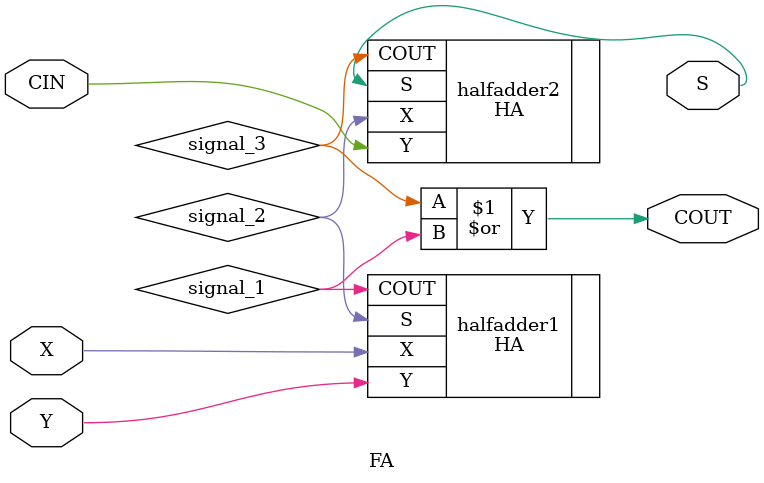
<source format=v>
module FA(
    input X,
    input Y,
    input CIN,
    
    output COUT,
    output S
    );
    wire signal_1;
    wire signal_2;
    wire signal_3;
 
    HA halfadder1 ( .X(X), 
                    .Y(Y), 
                    
                    .COUT(signal_1), 
                    .S(signal_2) 
                    );
    HA halfadder2 ( .X(signal_2), 
                    .Y(CIN),
                     
                    .COUT(signal_3), 
                    .S(S) 
                    );
    assign COUT = signal_3 | signal_1;               
endmodule
</source>
